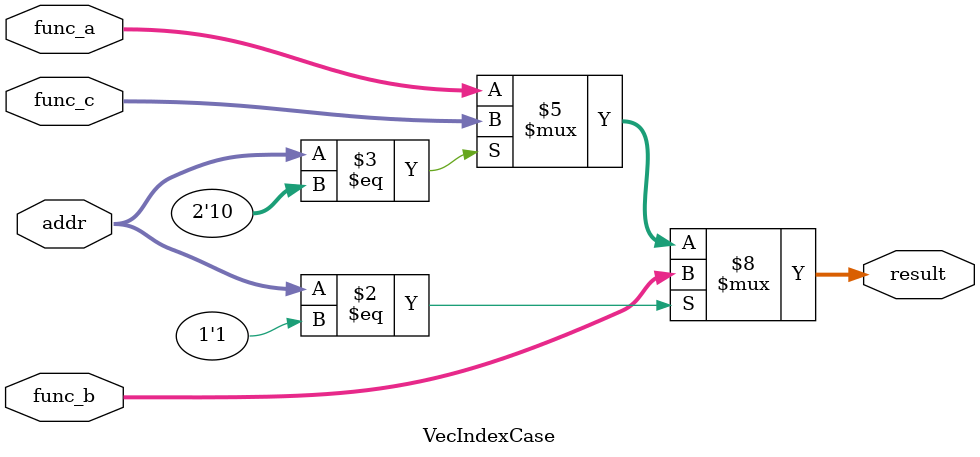
<source format=v>
module VecIndexCase (
  input  [1:0] addr,
  output reg [5:0] result,
  input  [5:0] func_a,
  input  [5:0] func_b,
  input  [5:0] func_c
);
  always @* begin
    if (addr == 1'h1) begin
      result <= func_b;
    end
    else if (addr == 2'h2) begin
      result <= func_c;
    end
    else begin
      result <= func_a;
    end
  end
endmodule

</source>
